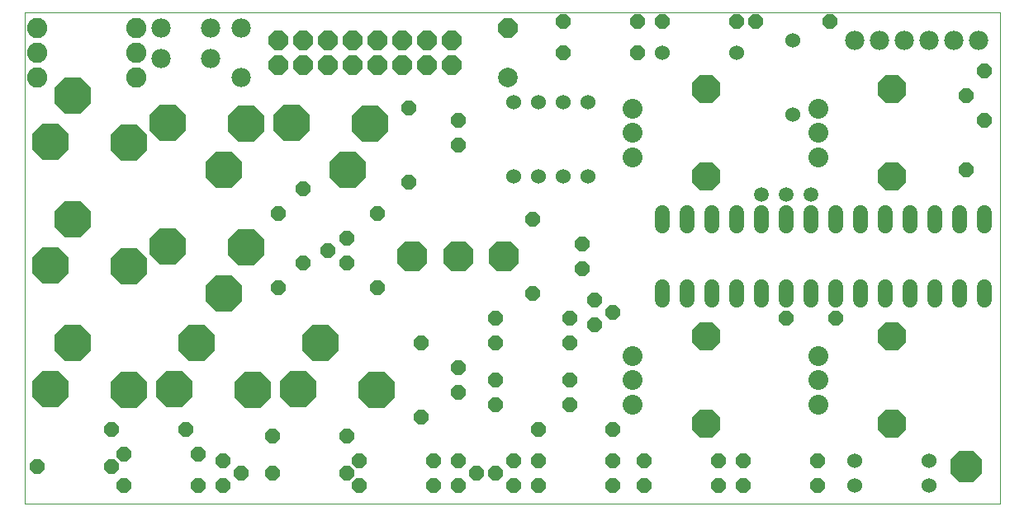
<source format=gts>
G75*
G70*
%OFA0B0*%
%FSLAX24Y24*%
%IPPOS*%
%LPD*%
%AMOC8*
5,1,8,0,0,1.08239X$1,22.5*
%
%ADD10C,0.0000*%
%ADD11C,0.0600*%
%ADD12OC8,0.0600*%
%ADD13OC8,0.1462*%
%ADD14C,0.0800*%
%ADD15OC8,0.1147*%
%ADD16OC8,0.1226*%
%ADD17C,0.0600*%
%ADD18C,0.0595*%
%ADD19C,0.0780*%
%ADD20C,0.0820*%
%ADD21OC8,0.0780*%
%ADD22C,0.0790*%
%ADD23OC8,0.0790*%
%ADD24OC8,0.1280*%
D10*
X000180Y000393D02*
X039550Y000393D01*
X039550Y020275D01*
X000180Y020275D01*
X000180Y000393D01*
D11*
X019930Y013643D03*
X020930Y013643D03*
X021930Y013643D03*
X022930Y013643D03*
X022930Y016643D03*
X021930Y016643D03*
X020930Y016643D03*
X019930Y016643D03*
X025930Y018643D03*
X028930Y018643D03*
X031180Y019143D03*
X031180Y016143D03*
X033680Y002143D03*
X033680Y001143D03*
X036680Y001143D03*
X036680Y002143D03*
D12*
X032180Y002143D03*
X032180Y001143D03*
X029180Y001143D03*
X028180Y001143D03*
X028180Y002143D03*
X029180Y002143D03*
X025180Y002143D03*
X023930Y002143D03*
X023930Y001143D03*
X025180Y001143D03*
X023930Y003393D03*
X022180Y004393D03*
X022180Y005393D03*
X022180Y006893D03*
X023180Y007643D03*
X023930Y008143D03*
X023180Y008643D03*
X022180Y007893D03*
X020680Y008893D03*
X019180Y007893D03*
X019180Y006893D03*
X017680Y005893D03*
X019180Y005393D03*
X019180Y004393D03*
X017680Y004893D03*
X016180Y003893D03*
X013180Y003143D03*
X013680Y002143D03*
X013180Y001643D03*
X013680Y001143D03*
X016680Y001143D03*
X017680Y001143D03*
X018430Y001643D03*
X019180Y001643D03*
X019930Y001143D03*
X020930Y001143D03*
X020930Y002143D03*
X019930Y002143D03*
X020930Y003393D03*
X017680Y002143D03*
X016680Y002143D03*
X010180Y001643D03*
X008930Y001643D03*
X008180Y001143D03*
X007180Y001143D03*
X008180Y002143D03*
X007180Y002393D03*
X006680Y003393D03*
X004180Y002393D03*
X003680Y001893D03*
X004180Y001143D03*
X003680Y003393D03*
X000680Y001893D03*
X010180Y003143D03*
X016180Y006893D03*
X014430Y009143D03*
X013180Y010143D03*
X012430Y010643D03*
X013180Y011143D03*
X014430Y012143D03*
X015680Y013393D03*
X017680Y014893D03*
X017680Y015893D03*
X015680Y016393D03*
X011430Y013143D03*
X010430Y012143D03*
X011430Y010143D03*
X010430Y009143D03*
X020680Y011893D03*
X022680Y010893D03*
X022680Y009893D03*
X030930Y007893D03*
X032930Y007893D03*
X038180Y013893D03*
X038930Y015893D03*
X038180Y016893D03*
X038930Y017893D03*
X032680Y019893D03*
X029680Y019893D03*
X028930Y019893D03*
X025930Y019893D03*
X024930Y019893D03*
X024930Y018643D03*
X021930Y018643D03*
X021930Y019893D03*
D13*
X014137Y015748D03*
X013231Y013897D03*
X010948Y015787D03*
X009137Y015748D03*
X008231Y013897D03*
X005948Y015787D03*
X004412Y015000D03*
X002129Y016889D03*
X001223Y015039D03*
X002129Y011889D03*
X001223Y010039D03*
X004412Y010000D03*
X005948Y010787D03*
X008231Y008897D03*
X009137Y010748D03*
X007129Y006889D03*
X006223Y005039D03*
X004412Y005000D03*
X002129Y006889D03*
X001223Y005039D03*
X009412Y005000D03*
X011223Y005039D03*
X012129Y006889D03*
X014412Y005000D03*
D14*
X024727Y005393D03*
X024727Y004409D03*
X024727Y006378D03*
X032227Y006378D03*
X032227Y005393D03*
X032227Y004409D03*
X032227Y014409D03*
X032227Y015393D03*
X032227Y016378D03*
X024727Y016378D03*
X024727Y015393D03*
X024727Y014409D03*
D15*
X027680Y013622D03*
X027680Y017165D03*
X035180Y017165D03*
X035180Y013622D03*
X035180Y007165D03*
X035180Y003622D03*
X027680Y003622D03*
X027680Y007165D03*
D16*
X019530Y010393D03*
X017680Y010393D03*
X015830Y010393D03*
D17*
X025930Y009173D02*
X025930Y008613D01*
X026930Y008613D02*
X026930Y009173D01*
X027930Y009173D02*
X027930Y008613D01*
X028930Y008613D02*
X028930Y009173D01*
X029930Y009173D02*
X029930Y008613D01*
X030930Y008613D02*
X030930Y009173D01*
X031930Y009173D02*
X031930Y008613D01*
X032930Y008613D02*
X032930Y009173D01*
X033930Y009173D02*
X033930Y008613D01*
X034930Y008613D02*
X034930Y009173D01*
X035930Y009173D02*
X035930Y008613D01*
X036930Y008613D02*
X036930Y009173D01*
X037930Y009173D02*
X037930Y008613D01*
X038930Y008613D02*
X038930Y009173D01*
X038930Y011613D02*
X038930Y012173D01*
X037930Y012173D02*
X037930Y011613D01*
X036930Y011613D02*
X036930Y012173D01*
X035930Y012173D02*
X035930Y011613D01*
X034930Y011613D02*
X034930Y012173D01*
X033930Y012173D02*
X033930Y011613D01*
X032930Y011613D02*
X032930Y012173D01*
X031930Y012173D02*
X031930Y011613D01*
X030930Y011613D02*
X030930Y012173D01*
X029930Y012173D02*
X029930Y011613D01*
X028930Y011613D02*
X028930Y012173D01*
X027930Y012173D02*
X027930Y011613D01*
X026930Y011613D02*
X026930Y012173D01*
X025930Y012173D02*
X025930Y011613D01*
D18*
X029930Y012893D03*
X030930Y012893D03*
X031930Y012893D03*
D19*
X033680Y019143D03*
X034680Y019143D03*
X035680Y019143D03*
X036680Y019143D03*
X037680Y019143D03*
X038680Y019143D03*
X008930Y019643D03*
X007680Y019643D03*
X007680Y018393D03*
X008930Y017643D03*
X005680Y018393D03*
X005680Y019643D03*
D20*
X004680Y019643D03*
X004680Y018643D03*
X004680Y017643D03*
X000680Y017643D03*
X000680Y018643D03*
X000680Y019643D03*
D21*
X010430Y019143D03*
X011430Y019143D03*
X012430Y019143D03*
X013430Y019143D03*
X014430Y019143D03*
X015430Y019143D03*
X016430Y019143D03*
X017430Y019143D03*
X017430Y018143D03*
X016430Y018143D03*
X015430Y018143D03*
X014430Y018143D03*
X013430Y018143D03*
X012430Y018143D03*
X011430Y018143D03*
X010430Y018143D03*
D22*
X019680Y017643D03*
D23*
X019680Y019643D03*
D24*
X038180Y001893D03*
M02*

</source>
